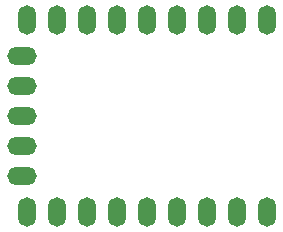
<source format=gbp>
G04 #@! TF.GenerationSoftware,KiCad,Pcbnew,8.0.2*
G04 #@! TF.CreationDate,2024-06-05T08:55:07+09:00*
G04 #@! TF.ProjectId,rainbow2v5-rp2040,7261696e-626f-4773-9276-352d72703230,rev?*
G04 #@! TF.SameCoordinates,Original*
G04 #@! TF.FileFunction,Paste,Bot*
G04 #@! TF.FilePolarity,Positive*
%FSLAX46Y46*%
G04 Gerber Fmt 4.6, Leading zero omitted, Abs format (unit mm)*
G04 Created by KiCad (PCBNEW 8.0.2) date 2024-06-05 08:55:07*
%MOMM*%
%LPD*%
G01*
G04 APERTURE LIST*
%ADD10O,1.500000X2.500000*%
%ADD11O,2.500000X1.500000*%
G04 APERTURE END LIST*
D10*
X151130000Y-33790000D03*
X148590000Y-33790000D03*
X146050000Y-33790000D03*
X143510000Y-33790000D03*
X140970000Y-33790000D03*
X138430000Y-33790000D03*
X135890000Y-33790000D03*
X133350000Y-33790000D03*
X130810000Y-33790000D03*
D11*
X130310000Y-36830000D03*
X130310000Y-39370000D03*
X130310000Y-41910000D03*
X130310000Y-44450000D03*
X130310000Y-46990000D03*
D10*
X130810000Y-50030000D03*
X133350000Y-50030000D03*
X135890000Y-50030000D03*
X138430000Y-50030000D03*
X140970000Y-50030000D03*
X143510000Y-50030000D03*
X146050000Y-50030000D03*
X148590000Y-50030000D03*
X151130000Y-50030000D03*
M02*

</source>
